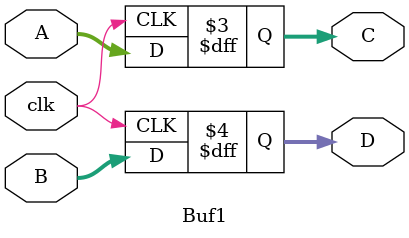
<source format=v>
`timescale 1ns/1ns

module Buf1(
	input clk,
	input [31:0]A,
	input [31:0]B,
	output reg [31:0]C,
	output reg [31:0]D
);

initial 
begin	
	C = 32'd0;
	D = 32'd0;
end

always @(posedge clk)                                                                                               
begin 
	C = A;
	D = B;
end

endmodule

</source>
